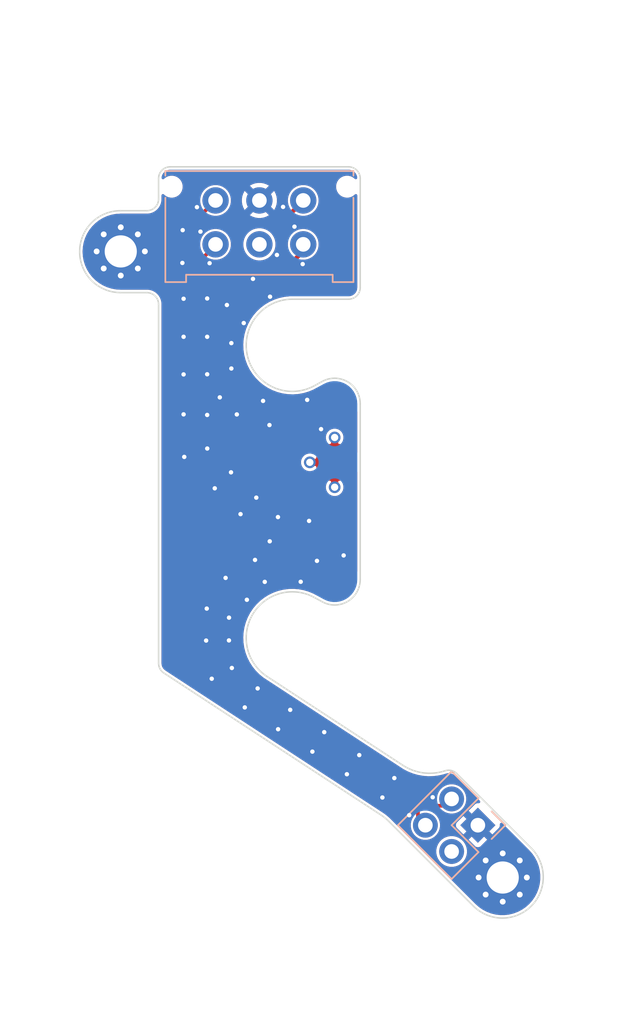
<source format=kicad_pcb>
(kicad_pcb (version 20241229) (generator "pcbnew") (generator_version "9.0")
  (layers (0 "F.Cu" signal) (4 "In1.Cu" signal) (6 "In2.Cu" signal) (2 "B.Cu" signal) (13 "F.Paste" user) (15 "B.Paste" user) (5 "F.SilkS" user "F.Silkscreen") (7 "B.SilkS" user "B.Silkscreen") (1 "F.Mask" user) (3 "B.Mask" user) (25 "Edge.Cuts" user))
  (net 0 "")
  (net 1 "VDC")
  (net 2 "CAN_L")
  (net 3 "CAN_H")
  (net 4 "TOOL_ID")
  (net 5 "USB_D-")
  (net 6 "USB_D+")
  (net 7 "GND")
  (footprint "NetTie:NetTie-2_SMD_Pad0.5mm" (layer "F.Cu") (at 111.205995 79.41217 -38)
    (property "Reference" "NT1" (hide yes))
    (property "Value" "NetTie_2" (hide yes))
    (fp_poly (pts (xy -0.500001 -0.249999) (xy 0.5 -0.25) (xy 0.500001 0.249999) (xy -0.5 0.25)) (fill yes) (layer "F.Cu"))
    (pad "1" smd circle (at -0.499999 0 322) (size 0.5 0.5) (layers "F.Cu") (net 4 "TOOL_ID"))
    (pad "2" smd circle (at 0.499999 0 322) (size 0.5 0.5) (layers "F.Cu") (net 7 "GND"))
  )
  (footprint "Vortac:mill-max-0881-1-15-20-82-14-11-0_LandingPads_Simple" (layer "F.Cu") (at 112.9 72.6)
    (property "Reference" "J3" (hide yes))
    (property "Value" "Conn_01x07" (hide yes))
    (pad "1" smd circle (at 0 0) (size 2.6 2.6) (layers "F.Cu" "F.Mask") (net 6 "USB_D+"))
    (pad "2" smd circle (at -2.8 2) (size 2.6 2.6) (layers "F.Cu" "F.Mask") (net 5 "USB_D-"))
    (pad "3" smd circle (at 0 4) (size 2.6 2.6) (layers "F.Cu" "F.Mask") (net 1 "VDC"))
    (pad "4" smd circle (at -2.8 6) (size 2.6 2.6) (layers "F.Cu" "F.Mask") (net 4 "TOOL_ID"))
    (pad "5" smd circle (at 0 8) (size 2.6 2.6) (layers "F.Cu" "F.Mask") (net 7 "GND"))
    (pad "6" smd circle (at -2.8 10) (size 2.6 2.6) (layers "F.Cu" "F.Mask") (net 2 "CAN_L"))
    (pad "7" smd circle (at 0 12) (size 2.6 2.6) (layers "F.Cu" "F.Mask") (net 3 "CAN_H"))
  )
  (footprint "Vortac:MountingHole_2.2mm_M2_Pad_Via_NTR" (layer "F.Cu") (at 98.263274 62.183274)
    (property "Reference" "H2" (hide yes))
    (property "Value" "MountingHole_Pad" (hide yes))
    (pad "1" thru_hole circle (at -1.65 0) (size 0.8 0.8) (drill 0.4) (layers "*.Cu" "*.Mask") (net 7 "GND"))
    (pad "1" thru_hole circle (at -1.166726 -1.166726) (size 0.8 0.8) (drill 0.4) (layers "*.Cu" "*.Mask") (net 7 "GND"))
    (pad "1" thru_hole circle (at -1.166726 1.166726) (size 0.8 0.8) (drill 0.4) (layers "*.Cu" "*.Mask") (net 7 "GND"))
    (pad "1" thru_hole circle (at 0 -1.65) (size 0.8 0.8) (drill 0.4) (layers "*.Cu" "*.Mask") (net 7 "GND"))
    (pad "1" thru_hole circle (at 0 0) (size 4.4 4.4) (drill 2.2) (layers "*.Cu" "*.Mask") (net 7 "GND"))
    (pad "1" thru_hole circle (at 0 1.65) (size 0.8 0.8) (drill 0.4) (layers "*.Cu" "*.Mask") (net 7 "GND"))
    (pad "1" thru_hole circle (at 1.166726 -1.166726) (size 0.8 0.8) (drill 0.4) (layers "*.Cu" "*.Mask") (net 7 "GND"))
    (pad "1" thru_hole circle (at 1.166726 1.166726) (size 0.8 0.8) (drill 0.4) (layers "*.Cu" "*.Mask") (net 7 "GND"))
    (pad "1" thru_hole circle (at 1.65 0) (size 0.8 0.8) (drill 0.4) (layers "*.Cu" "*.Mask") (net 7 "GND"))
  )
  (footprint "Vortac:MountingHole_2.2mm_M2_Pad_Via_NTR" (layer "F.Cu") (at 124.4 104.975)
    (property "Reference" "H1" (hide yes))
    (property "Value" "MountingHole_Pad" (hide yes))
    (pad "1" thru_hole circle (at -1.65 0) (size 0.8 0.8) (drill 0.4) (layers "*.Cu" "*.Mask") (net 7 "GND"))
    (pad "1" thru_hole circle (at -1.166726 -1.166726) (size 0.8 0.8) (drill 0.4) (layers "*.Cu" "*.Mask") (net 7 "GND"))
    (pad "1" thru_hole circle (at -1.166726 1.166726) (size 0.8 0.8) (drill 0.4) (layers "*.Cu" "*.Mask") (net 7 "GND"))
    (pad "1" thru_hole circle (at 0 -1.65) (size 0.8 0.8) (drill 0.4) (layers "*.Cu" "*.Mask") (net 7 "GND"))
    (pad "1" thru_hole circle (at 0 0) (size 4.4 4.4) (drill 2.2) (layers "*.Cu" "*.Mask") (net 7 "GND"))
    (pad "1" thru_hole circle (at 0 1.65) (size 0.8 0.8) (drill 0.4) (layers "*.Cu" "*.Mask") (net 7 "GND"))
    (pad "1" thru_hole circle (at 1.166726 -1.166726) (size 0.8 0.8) (drill 0.4) (layers "*.Cu" "*.Mask") (net 7 "GND"))
    (pad "1" thru_hole circle (at 1.166726 1.166726) (size 0.8 0.8) (drill 0.4) (layers "*.Cu" "*.Mask") (net 7 "GND"))
    (pad "1" thru_hole circle (at 1.65 0) (size 0.8 0.8) (drill 0.4) (layers "*.Cu" "*.Mask") (net 7 "GND"))
  )
  (footprint "Vortac:Molex_Micro-Fit_3.0_43045-0612_2x03_P3.00mm_Vertical" (layer "B.Cu") (at 104.75 61.7)
    (property "Reference" "J2" (hide yes))
    (property "Value" "Conn_02x03_Odd_Even" (hide yes))
    (fp_line (start -3.435 -5.01) (end 9.435 -5.01) (stroke (width 0.12)) (layer "B.SilkS"))
    (fp_line (start -3.435 -4.7) (end -3.435 -5.01) (stroke (width 0.12)) (layer "B.SilkS"))
    (fp_line (start -3.435 -3.18) (end -3.435 2.58) (stroke (width 0.12)) (layer "B.SilkS"))
    (fp_line (start -3.435 2.58) (end -2.015 2.58) (stroke (width 0.12)) (layer "B.SilkS"))
    (fp_line (start -2.015 2.08) (end 8.015 2.08) (stroke (width 0.12)) (layer "B.SilkS"))
    (fp_line (start -2.015 2.58) (end -2.015 2.08) (stroke (width 0.12)) (layer "B.SilkS"))
    (fp_line (start 8.015 2.08) (end 8.015 2.58) (stroke (width 0.12)) (layer "B.SilkS"))
    (fp_line (start 8.015 2.58) (end 9.435 2.58) (stroke (width 0.12)) (layer "B.SilkS"))
    (fp_line (start 9.435 -5.01) (end 9.435 -4.7) (stroke (width 0.12)) (layer "B.SilkS"))
    (fp_line (start 9.435 2.58) (end 9.435 -3.18) (stroke (width 0.12)) (layer "B.SilkS"))
    (pad "" np_thru_hole circle (at -3 -3.94) (size 1 1) (drill 1) (layers "*.Cu" "*.Mask"))
    (pad "" np_thru_hole circle (at 9 -3.94) (size 1 1) (drill 1) (layers "*.Cu" "*.Mask"))
    (pad "1" thru_hole circle (at 0 0) (size 1.8 1.8) (drill 1) (layers "*.Cu" "*.Mask") (net 3 "CAN_H"))
    (pad "2" thru_hole circle (at 3 0) (size 1.8 1.8) (drill 1) (layers "*.Cu" "*.Mask") (net 1 "VDC"))
    (pad "3" thru_hole circle (at 6 0) (size 1.8 1.8) (drill 1) (layers "*.Cu" "*.Mask") (net 6 "USB_D+"))
    (pad "4" thru_hole circle (at 0 -3) (size 1.8 1.8) (drill 1) (layers "*.Cu" "*.Mask") (net 2 "CAN_L"))
    (pad "5" thru_hole circle (at 3 -3) (size 1.8 1.8) (drill 1) (layers "*.Cu" "*.Mask") (net 7 "GND"))
    (pad "6" thru_hole circle (at 6 -3) (size 1.8 1.8) (drill 1) (layers "*.Cu" "*.Mask") (net 5 "USB_D-"))
  )
  (footprint "Connector_PinSocket_2.54mm:PinSocket_2x02_P2.54mm_Vertical" (layer "B.Cu") (at 122.7 101.4 45)
    (property "Reference" "J1" (hide yes))
    (property "Value" "Conn_02x02_Odd_Even" (hide yes))
    (fp_line (start -3.87 -3.87) (end 1.33 -3.87) (stroke (width 0.12)) (layer "B.SilkS"))
    (fp_line (start -1.27 -1.27) (end 1.33 -1.270001) (stroke (width 0.12)) (layer "B.SilkS"))
    (fp_line (start -3.87 1.33) (end -3.87 -3.87) (stroke (width 0.12)) (layer "B.SilkS"))
    (fp_line (start -3.87 1.33) (end -1.270001 1.33) (stroke (width 0.12)) (layer "B.SilkS"))
    (fp_line (start 1.33 -1.270001) (end 1.33 -3.87) (stroke (width 0.12)) (layer "B.SilkS"))
    (fp_line (start -1.270001 1.33) (end -1.27 -1.27) (stroke (width 0.12)) (layer "B.SilkS"))
    (fp_line (start 0 1.33) (end 1.33 1.33) (stroke (width 0.12)) (layer "B.SilkS"))
    (fp_line (start 1.33 1.33) (end 1.33 0) (stroke (width 0.12)) (layer "B.SilkS"))
    (pad "1" thru_hole rect (at 0 0 45) (size 1.7 1.7) (drill 1) (layers "*.Cu" "*.Mask") (net 7 "GND"))
    (pad "2" thru_hole circle (at -2.54 0 45) (size 1.7 1.7) (drill 1) (layers "*.Cu" "*.Mask") (net 1 "VDC"))
    (pad "3" thru_hole circle (at 0 -2.54 45) (size 1.7 1.7) (drill 1) (layers "*.Cu" "*.Mask") (net 3 "CAN_H"))
    (pad "4" thru_hole circle (at -2.54 -2.54 45) (size 1.7 1.7) (drill 1) (layers "*.Cu" "*.Mask") (net 2 "CAN_L"))
  )
  (gr_line (start 112.057703 86.13396) (end 111.507279 85.834015) (stroke (width 0.1)) (layer "Edge.Cuts"))
  (gr_line (start 100.85 57.2) (end 100.85 58.6) (stroke (width 0.1)) (layer "Edge.Cuts"))
  (gr_line (start 122.395322 106.926957) (end 116.60251 101.134145) (stroke (width 0.1)) (layer "Edge.Cuts"))
  (gr_arc (start 100.85 58.6) (mid 100.615685 59.165685) (end 100.05 59.4) (stroke (width 0.1)) (layer "Edge.Cuts"))
  (gr_line (start 112.062621 71.063338) (end 111.507268 71.365968) (stroke (width 0.1)) (layer "Edge.Cuts"))
  (gr_arc (start 126.35512 102.967159) (mid 126.355122 106.926959) (end 122.395322 106.926957) (stroke (width 0.1)) (layer "Edge.Cuts"))
  (gr_line (start 114.65 72.605916) (end 114.65 84.6) (stroke (width 0.1)) (layer "Edge.Cuts"))
  (gr_line (start 116.065583 100.698187) (end 101.212562 90.998118) (stroke (width 0.1)) (layer "Edge.Cuts"))
  (gr_line (start 111.507269 85.834033) (end 111.507279 85.834015) (stroke (width 0.1)) (layer "Edge.Cuts"))
  (gr_arc (start 108.277603 91.237383) (mid 107.296184 86.983887) (end 111.507269 85.834033) (stroke (width 0.1)) (layer "Edge.Cuts"))
  (gr_arc (start 98.25 65) (mid 95.45 62.2) (end 98.25 59.4) (stroke (width 0.1)) (layer "Edge.Cuts"))
  (gr_line (start 100.05 59.4) (end 98.25 59.4) (stroke (width 0.1)) (layer "Edge.Cuts"))
  (gr_line (start 100.85 65.8) (end 100.850002 65.8) (stroke (width 0.1)) (layer "Edge.Cuts"))
  (gr_line (start 110 65.449989) (end 113.853999 65.449989) (stroke (width 0.1)) (layer "Edge.Cuts"))
  (gr_line (start 98.25 65) (end 100.05 65) (stroke (width 0.1)) (layer "Edge.Cuts"))
  (gr_line (start 113.85 56.4) (end 101.65 56.4) (stroke (width 0.1)) (layer "Edge.Cuts"))
  (gr_arc (start 113.85 56.4) (mid 114.415685 56.634315) (end 114.65 57.2) (stroke (width 0.1)) (layer "Edge.Cuts"))
  (gr_line (start 108.277603 91.237383) (end 117.568249 97.304829) (stroke (width 0.1)) (layer "Edge.Cuts"))
  (gr_arc (start 111.507268 71.365968) (mid 106.947526 69.377713) (end 110 65.450011) (stroke (width 0.1)) (layer "Edge.Cuts"))
  (gr_line (start 114.65 64.65) (end 114.65 57.2) (stroke (width 0.1)) (layer "Edge.Cuts"))
  (gr_line (start 121.267276 97.879316) (end 126.35512 102.967159) (stroke (width 0.1)) (layer "Edge.Cuts"))
  (gr_arc (start 100.85 57.2) (mid 101.084315 56.634315) (end 101.65 56.4) (stroke (width 0.1)) (layer "Edge.Cuts"))
  (gr_arc (start 120.447999 97.681832) (mid 120.88347 97.663393) (end 121.267276 97.879316) (stroke (width 0.1)) (layer "Edge.Cuts"))
  (gr_arc (start 100.05 65) (mid 100.615686 65.234315) (end 100.85 65.8) (stroke (width 0.1)) (layer "Edge.Cuts"))
  (gr_line (start 100.850002 65.8) (end 100.850007 90.332495) (stroke (width 0.1)) (layer "Edge.Cuts"))
  (gr_line (start 110 65.450011) (end 110 65.449989) (stroke (width 0.1)) (layer "Edge.Cuts"))
  (gr_arc (start 116.065583 100.698187) (mid 116.345275 100.902224) (end 116.60251 101.134145) (stroke (width 0.1)) (layer "Edge.Cuts"))
  (gr_arc (start 101.212562 90.998118) (mid 100.946457 90.709136) (end 100.850007 90.332495) (stroke (width 0.1)) (layer "Edge.Cuts"))
  (gr_arc (start 114.65 64.65) (mid 114.415689 65.215682) (end 113.853999 65.449989) (stroke (width 0.1)) (layer "Edge.Cuts"))
  (gr_arc (start 114.65 84.6) (mid 113.793617 86.104642) (end 112.057703 86.13396) (stroke (width 0.1)) (layer "Edge.Cuts"))
  (gr_arc (start 112.062621 71.063338) (mid 113.793618 71.095347) (end 114.65 72.605916) (stroke (width 0.1)) (layer "Edge.Cuts"))
  (gr_arc (start 120.447999 97.681832) (mid 118.965138 97.821634) (end 117.568249 97.304829) (stroke (width 0.1)) (layer "Edge.Cuts"))
  (segment (start 112.9 78.3) (end 112.9 76.6) (width 0.5) (layer "F.Cu") (net 1))
  (segment (start 112.91 76.59) (end 112.9 76.6) (width 0.5) (layer "F.Cu") (net 1))
  (segment (start 112.9 76.6) (end 111.2 76.6) (width 0.5) (layer "F.Cu") (net 1))
  (segment (start 112.9 74.9) (end 112.9 76.6) (width 0.5) (layer "F.Cu") (net 1))
  (via (at 112.9 74.9) (size 0.8) (drill 0.5) (layers "F.Cu" "B.Cu") (net 1))
  (via (at 112.9 78.3) (size 0.8) (drill 0.5) (layers "F.Cu" "B.Cu") (net 1))
  (via (at 111.2 76.6) (size 0.8) (drill 0.5) (layers "F.Cu" "B.Cu") (net 1))
  (segment (start 105.304084 86.193156) (end 105.24186 86.255383) (width 0.254) (layer "F.Cu") (net 2))
  (segment (start 104.682039 90.547961) (end 104.68 90.55) (width 0.254) (layer "F.Cu") (net 2))
  (segment (start 105.863938 84.88625) (end 105.801712 84.948475) (width 0.254) (layer "F.Cu") (net 2))
  (segment (start 105.801712 85.197376) (end 105.926337 85.322001) (width 0.254) (layer "F.Cu") (net 2))
  (segment (start 110.1 83.78) (end 107.717244 83.78) (width 0.254) (layer "F.Cu") (net 2))
  (segment (start 105.769622 78.875622) (end 105.715024 78.930219) (width 0.254) (layer "F.Cu") (net 2))
  (segment (start 106.85972 84.388622) (end 106.699746 84.228648) (width 0.254) (layer "F.Cu") (net 2))
  (segment (start 104.75 58.7) (end 103.14 60.31) (width 0.254) (layer "F.Cu") (net 2))
  (segment (start 105.715024 79.173463) (end 105.775835 79.234274) (width 0.254) (layer "F.Cu") (net 2))
  (segment (start 106.377733 79.240489) (end 107.053622 79.916378) (width 0.254) (layer "F.Cu") (net 2))
  (segment (start 106.486368 85.010875) (end 106.486368 85.010876) (width 0.254) (layer "F.Cu") (net 2))
  (segment (start 104.718622 86.778622) (end 104.682039 86.815205) (width 0.254) (layer "F.Cu") (net 2))
  (segment (start 104.68 90.55) (end 105.34 91.73) (width 0.254) (layer "F.Cu") (net 2))
  (segment (start 105.24186 86.255383) (end 104.718622 86.778622) (width 0.254) (layer "F.Cu") (net 2))
  (segment (start 106.548591 84.948649) (end 106.486368 85.010875) (width 0.254) (layer "F.Cu") (net 2))
  (segment (start 110.1 81.43) (end 110.1 82.6) (width 0.254) (layer "F.Cu") (net 2))
  (segment (start 110.1 82.6) (end 110.1 83.78) (width 0.254) (layer "F.Cu") (net 2))
  (segment (start 118.6 100.41) (end 118.6 100.892102) (width 0.254) (layer "F.Cu") (net 2))
  (segment (start 107.717244 83.78) (end 107.108622 84.388622) (width 0.254) (layer "F.Cu") (net 2))
  (segment (start 106.019079 79.234274) (end 106.073676 79.179676) (width 0.254) (layer "F.Cu") (net 2))
  (segment (start 108.567244 81.43) (end 110.1 81.43) (width 0.254) (layer "F.Cu") (net 2))
  (segment (start 103.14 60.31) (end 103.14 76.002756) (width 0.254) (layer "F.Cu") (net 2))
  (segment (start 106.31692 79.179676) (end 106.377733 79.240489) (width 0.254) (layer "F.Cu") (net 2))
  (segment (start 106.388618 84.539774) (end 106.548591 84.699747) (width 0.254) (layer "F.Cu") (net 2))
  (segment (start 106.450844 84.228648) (end 106.388618 84.290873) (width 0.254) (layer "F.Cu") (net 2))
  (segment (start 106.237466 85.010876) (end 106.11284 84.88625) (width 0.254) (layer "F.Cu") (net 2))
  (segment (start 105.144148 85.784319) (end 105.304084 85.944255) (width 0.254) (layer "F.Cu") (net 2))
  (segment (start 103.14 76.002756) (end 105.769622 78.632378) (width 0.254) (layer "F.Cu") (net 2))
  (segment (start 104.682039 86.815205) (end 104.682039 90.547961) (width 0.254) (layer "F.Cu") (net 2))
  (segment (start 105.34 91.73) (end 118.6 100.41) (width 0.254) (layer "F.Cu") (net 2))
  (segment (start 105.926337 85.570903) (end 105.864114 85.633129) (width 0.254) (layer "F.Cu") (net 2))
  (segment (start 105.615212 85.63313) (end 105.455275 85.473193) (width 0.254) (layer "F.Cu") (net 2))
  (segment (start 105.864114 85.633129) (end 105.864114 85.63313) (width 0.254) (layer "F.Cu") (net 2))
  (segment (start 118.6 100.892102) (end 119.107898 101.4) (width 0.254) (layer "F.Cu") (net 2))
  (segment (start 105.206374 85.473193) (end 105.144148 85.535418) (width 0.254) (layer "F.Cu") (net 2))
  (segment (start 107.053622 79.916378) (end 108.567244 81.43) (width 0.254) (layer "F.Cu") (net 2))
  (arc (start 106.388618 84.290873) (mid 106.337069 84.415323) (end 106.388618 84.539774) (width 0.254) (layer "F.Cu") (net 2))
  (arc (start 105.455275 85.473193) (mid 105.330825 85.421643) (end 105.206374 85.473193) (width 0.254) (layer "F.Cu") (net 2))
  (arc (start 106.548591 84.699747) (mid 106.60014 84.824198) (end 106.548591 84.948649) (width 0.254) (layer "F.Cu") (net 2))
  (arc (start 105.304084 85.944255) (mid 105.355633 86.068706) (end 105.304084 86.193156) (width 0.254) (layer "F.Cu") (net 2))
  (arc (start 105.926337 85.322001) (mid 105.977886 85.446452) (end 105.926337 85.570903) (width 0.254) (layer "F.Cu") (net 2))
  (arc (start 106.11284 84.88625) (mid 105.988389 84.834701) (end 105.863938 84.88625) (width 0.254) (layer "F.Cu") (net 2))
  (arc (start 106.073676 79.179676) (mid 106.195298 79.129299) (end 106.31692 79.179676) (width 0.254) (layer "F.Cu") (net 2))
  (arc (start 105.801712 84.948475) (mid 105.750163 85.072925) (end 105.801712 85.197376) (width 0.254) (layer "F.Cu") (net 2))
  (arc (start 106.486368 85.010876) (mid 106.361917 85.062425) (end 106.237466 85.010876) (width 0.254) (layer "F.Cu") (net 2))
  (arc (start 105.715024 78.930219) (mid 105.664647 79.051841) (end 105.715024 79.173463) (width 0.254) (layer "F.Cu") (net 2))
  (arc (start 105.144148 85.535418) (mid 105.092599 85.659868) (end 105.144148 85.784319) (width 0.254) (layer "F.Cu") (net 2))
  (arc (start 105.864114 85.63313) (mid 105.739663 85.684679) (end 105.615212 85.63313) (width 0.254) (layer "F.Cu") (net 2))
  (arc (start 106.699746 84.228648) (mid 106.575295 84.177099) (end 106.450844 84.228648) (width 0.254) (layer "F.Cu") (net 2))
  (arc (start 107.108622 84.388622) (mid 106.984171 84.440171) (end 106.85972 84.388622) (width 0.254) (layer "F.Cu") (net 2))
  (arc (start 105.769622 78.632378) (mid 105.819999 78.754) (end 105.769622 78.875622) (width 0.254) (layer "F.Cu") (net 2))
  (arc (start 105.775835 79.234274) (mid 105.897457 79.284651) (end 106.019079 79.234274) (width 0.254) (layer "F.Cu") (net 2))
  (segment (start 112.9 84.6) (end 113.615815 83.884185) (width 0.254) (layer "F.Cu") (net 3))
  (segment (start 120.437898 100.07) (end 120.903949 99.603949) (width 0.254) (layer "F.Cu") (net 3))
  (segment (start 105.645134 91.44688) (end 118.82 100.07) (width 0.254) (layer "F.Cu") (net 3))
  (segment (start 107.885 84.185) (end 105.09 86.98) (width 0.254) (layer "F.Cu") (net 3))
  (segment (start 104.75 61.76) (end 104.75 61.7) (width 0.254) (layer "F.Cu") (net 3))
  (segment (start 112.9 84.6) (end 112.065 85.435) (width 0.254) (layer "F.Cu") (net 3))
  (segment (start 110.75163 81.02) (end 108.73 81.02) (width 0.254) (layer "F.Cu") (net 3))
  (segment (start 103.6 75.89) (end 103.6 62.91) (width 0.254) (layer "F.Cu") (net 3))
  (segment (start 105.09 90.45) (end 105.645134 91.44688) (width 0.254) (layer "F.Cu") (net 3))
  (segment (start 113.615815 83.884185) (end 110.75163 81.02) (width 0.254) (layer "F.Cu") (net 3))
  (segment (start 110.815 84.185) (end 107.885 84.185) (width 0.254) (layer "F.Cu") (net 3))
  (segment (start 118.82 100.07) (end 120.437898 100.07) (width 0.254) (layer "F.Cu") (net 3))
  (segment (start 103.6 62.91) (end 104.75 61.76) (width 0.254) (layer "F.Cu") (net 3))
  (segment (start 112.065 85.435) (end 110.815 84.185) (width 0.254) (layer "F.Cu") (net 3))
  (segment (start 108.73 81.02) (end 103.6 75.89) (width 0.254) (layer "F.Cu") (net 3))
  (segment (start 105.09 86.98) (end 105.09 90.45) (width 0.254) (layer "F.Cu") (net 3))
  (segment (start 109.549 62.671) (end 109.549 59.931) (width 0.3) (layer "F.Cu") (net 5))
  (segment (start 110.75 58.73) (end 110.75 58.7) (width 0.3) (layer "F.Cu") (net 5))
  (segment (start 109.549 59.931) (end 110.75 58.73) (width 0.3) (layer "F.Cu") (net 5))
  (segment (start 104.78 67.44) (end 109.549 62.671) (width 0.3) (layer "F.Cu") (net 5))
  (segment (start 107.181 73.451) (end 104.78 71.05) (width 0.3) (layer "F.Cu") (net 5))
  (segment (start 110.1 74.6) (end 108.951 73.451) (width 0.3) (layer "F.Cu") (net 5))
  (segment (start 108.951 73.451) (end 107.181 73.451) (width 0.3) (layer "F.Cu") (net 5))
  (segment (start 104.78 71.05) (end 104.78 67.44) (width 0.3) (layer "F.Cu") (net 5))
  (segment (start 107.343802 72.452734) (end 107.209452 72.587085) (width 0.3) (layer "F.Cu") (net 6))
  (segment (start 106.573057 72.205248) (end 106.636697 72.268887) (width 0.3) (layer "F.Cu") (net 6))
  (segment (start 106.891255 72.268887) (end 107.025606 72.134537) (width 0.3) (layer "F.Cu") (net 6))
  (segment (start 107.209452 72.841643) (end 107.273093 72.905283) (width 0.3) (layer "F.Cu") (net 6))
  (segment (start 110.75 61.7) (end 110.75 62.16) (width 0.3) (layer "F.Cu") (net 6))
  (segment (start 107.75217 73.001) (end 108.250056 73.001) (width 0.3) (layer "F.Cu") (net 6))
  (segment (start 107.280164 72.134537) (end 107.343803 72.198176) (width 0.3) (layer "F.Cu") (net 6))
  (segment (start 105.231 67.679) (end 105.231 70.86319) (width 0.3) (layer "F.Cu") (net 6))
  (segment (start 107.273093 72.905283) (end 107.36781 73) (width 0.3) (layer "F.Cu") (net 6))
  (segment (start 105.93666 71.568851) (end 106.000301 71.632491) (width 0.3) (layer "F.Cu") (net 6))
  (segment (start 106.742763 71.780984) (end 106.573056 71.950688) (width 0.3) (layer "F.Cu") (net 6))
  (segment (start 108.252056 72.999) (end 112.501 72.999) (width 0.3) (layer "F.Cu") (net 6))
  (segment (start 107.75017 72.999) (end 107.75217 73.001) (width 0.3) (layer "F.Cu") (net 6))
  (segment (start 107.36781 73) (end 107.36881 72.999) (width 0.3) (layer "F.Cu") (net 6))
  (segment (start 106.679123 71.462785) (end 106.742762 71.526424) (width 0.3) (layer "F.Cu") (net 6))
  (segment (start 105.231 70.86319) (end 105.363905 70.996095) (width 0.3) (layer "F.Cu") (net 6))
  (segment (start 110.75 62.16) (end 105.231 67.679) (width 0.3) (layer "F.Cu") (net 6))
  (segment (start 106.07101 71.179942) (end 105.93666 71.314293) (width 0.3) (layer "F.Cu") (net 6))
  (segment (start 112.501 72.999) (end 112.9 72.6) (width 0.3) (layer "F.Cu") (net 6))
  (segment (start 107.36881 72.999) (end 107.75017 72.999) (width 0.3) (layer "F.Cu") (net 6))
  (segment (start 105.618463 70.996095) (end 105.752814 70.861745) (width 0.3) (layer "F.Cu") (net 6))
  (segment (start 106.007372 70.861745) (end 106.071011 70.925384) (width 0.3) (layer "F.Cu") (net 6))
  (segment (start 106.254859 71.632491) (end 106.424565 71.462786) (width 0.3) (layer "F.Cu") (net 6))
  (segment (start 108.250056 73.001) (end 108.252056 72.999) (width 0.3) (layer "F.Cu") (net 6))
  (arc (start 105.752814 70.861745) (mid 105.880093 70.809024) (end 106.007372 70.861745) (width 0.3) (layer "F.Cu") (net 6))
  (arc (start 106.424565 71.462786) (mid 106.551844 71.410065) (end 106.679123 71.462785) (width 0.3) (layer "F.Cu") (net 6))
  (arc (start 105.93666 71.314293) (mid 105.883939 71.441572) (end 105.93666 71.568851) (width 0.3) (layer "F.Cu") (net 6))
  (arc (start 105.363905 70.996095) (mid 105.491184 71.048816) (end 105.618463 70.996095) (width 0.3) (layer "F.Cu") (net 6))
  (arc (start 106.000301 71.632491) (mid 106.12758 71.685212) (end 106.254859 71.632491) (width 0.3) (layer "F.Cu") (net 6))
  (arc (start 106.742762 71.526424) (mid 106.795482 71.653704) (end 106.742763 71.780984) (width 0.3) (layer "F.Cu") (net 6))
  (arc (start 106.573056 71.950688) (mid 106.520335 72.077967) (end 106.573057 72.205248) (width 0.3) (layer "F.Cu") (net 6))
  (arc (start 106.636697 72.268887) (mid 106.763976 72.321608) (end 106.891255 72.268887) (width 0.3) (layer "F.Cu") (net 6))
  (arc (start 106.071011 70.925384) (mid 106.123731 71.052664) (end 106.07101 71.179942) (width 0.3) (layer "F.Cu") (net 6))
  (arc (start 107.025606 72.134537) (mid 107.152885 72.081816) (end 107.280164 72.134537) (width 0.3) (layer "F.Cu") (net 6))
  (arc (start 107.343803 72.198176) (mid 107.396523 72.325456) (end 107.343802 72.452734) (width 0.3) (layer "F.Cu") (net 6))
  (arc (start 107.209452 72.587085) (mid 107.156731 72.714364) (end 107.209452 72.841643) (width 0.3) (layer "F.Cu") (net 6))
  (via (at 103.717 60.830856) (size 0.6) (drill 0.3) (layers "F.Cu" "B.Cu") (net 7))
  (via (at 105.831 70.186616) (size 0.6) (drill 0.3) (layers "F.Cu" "B.Cu") (net 7))
  (via (at 104.181501 75.655499) (size 0.6) (drill 0.3) (layers "F.Cu" "B.Cu") (net 7))
  (via (at 102.5 60.73) (size 0.6) (drill 0.3) (layers "F.Cu" "B.Cu") (net 7))
  (via (at 107.310735 64.060735) (size 0.6) (drill 0.3) (layers "F.Cu" "B.Cu") (net 7))
  (via (at 102.563 70.59) (size 0.6) (drill 0.3) (layers "F.Cu" "B.Cu") (net 7))
  (via (at 107.450517 83.268349) (size 0.6) (drill 0.3) (layers "F.Cu" "B.Cu") (net 7))
  (via (at 114.584079 96.607932) (size 0.6) (drill 0.3) (layers "F.Cu" "B.Cu") (net 7))
  (via (at 110.149 60.491159) (size 0.6) (drill 0.3) (layers "F.Cu" "B.Cu") (net 7))
  (via (at 109.37 59.14) (size 0.6) (drill 0.3) (layers "F.Cu" "B.Cu") (net 7))
  (via (at 108.948492 62.423618) (size 0.6) (drill 0.3) (layers "F.Cu" "B.Cu") (net 7))
  (via (at 104.695621 78.374379) (size 0.6) (drill 0.3) (layers "F.Cu" "B.Cu") (net 7))
  (via (at 119.609042 99.48896) (size 0.6) (drill 0.3) (layers "F.Cu" "B.Cu") (net 7))
  (via (at 102.563 68.019265) (size 0.6) (drill 0.3) (layers "F.Cu" "B.Cu") (net 7))
  (via (at 106.459205 80.137963) (size 0.6) (drill 0.3) (layers "F.Cu" "B.Cu") (net 7))
  (via (at 109.02 80.34) (size 0.6) (drill 0.3) (layers "F.Cu" "B.Cu") (net 7))
  (via (at 104.148735 86.59494) (size 0.6) (drill 0.3) (layers "F.Cu" "B.Cu") (net 7))
  (via (at 111.02 72.33) (size 0.6) (drill 0.3) (layers "F.Cu" "B.Cu") (net 7))
  (via (at 109.03 94.84) (size 0.6) (drill 0.3) (layers "F.Cu" "B.Cu") (net 7))
  (via (at 105.86413 90.654169) (size 0.6) (drill 0.3) (layers "F.Cu" "B.Cu") (net 7))
  (via (at 108.438344 74.051) (size 0.6) (drill 0.3) (layers "F.Cu" "B.Cu") (net 7))
  (via (at 102.48 62.97) (size 0.6) (drill 0.3) (layers "F.Cu" "B.Cu") (net 7))
  (via (at 108.001113 72.4) (size 0.6) (drill 0.3) (layers "F.Cu" "B.Cu") (net 7))
  (via (at 105.808001 77.281999) (size 0.6) (drill 0.3) (layers "F.Cu" "B.Cu") (net 7))
  (via (at 107.630441 92.051818) (size 0.6) (drill 0.3) (layers "F.Cu" "B.Cu") (net 7))
  (via (at 104.177 68.019265) (size 0.6) (drill 0.3) (layers "F.Cu" "B.Cu") (net 7))
  (via (at 105.671501 87.214501) (size 0.6) (drill 0.3) (layers "F.Cu" "B.Cu") (net 7))
  (via (at 110.712164 63.049472) (size 0.6) (drill 0.3) (layers "F.Cu" "B.Cu") (net 7))
  (via (at 105.437093 84.497093) (size 0.6) (drill 0.3) (layers "F.Cu" "B.Cu") (net 7))
  (via (at 105.040735 72.159265) (size 0.6) (drill 0.3) (layers "F.Cu" "B.Cu") (net 7))
  (via (at 105.831 68.45) (size 0.6) (drill 0.3) (layers "F.Cu" "B.Cu") (net 7))
  (via (at 104.177 70.58) (size 0.6) (drill 0.3) (layers "F.Cu" "B.Cu") (net 7))
  (via (at 106.893001 85.993001) (size 0.6) (drill 0.3) (layers "F.Cu" "B.Cu") (net 7))
  (via (at 103.476264 59.157733) (size 0.6) (drill 0.3) (layers "F.Cu" "B.Cu") (net 7))
  (via (at 109.858975 93.51529) (size 0.6) (drill 0.3) (layers "F.Cu" "B.Cu") (net 7))
  (via (at 104.177 65.4) (size 0.6) (drill 0.3) (layers "F.Cu" "B.Cu") (net 7))
  (via (at 105.667 88.77) (size 0.6) (drill 0.3) (layers "F.Cu" "B.Cu") (net 7))
  (via (at 102.563 73.32) (size 0.6) (drill 0.3) (layers "F.Cu" "B.Cu") (net 7))
  (via (at 111.150001 80.60237) (size 0.6) (drill 0.3) (layers "F.Cu" "B.Cu") (net 7))
  (via (at 105.525735 65.845735) (size 0.6) (drill 0.3) (layers "F.Cu" "B.Cu") (net 7))
  (via (at 111.37627 96.370975) (size 0.6) (drill 0.3) (layers "F.Cu" "B.Cu") (net 7))
  (via (at 107.538001 79.011999) (size 0.6) (drill 0.3) (layers "F.Cu" "B.Cu") (net 7))
  (via (at 102.608577 76.22752) (size 0.6) (drill 0.3) (layers "F.Cu" "B.Cu") (net 7))
  (via (at 116.983698 98.178514) (size 0.6) (drill 0.3) (layers "F.Cu" "B.Cu") (net 7))
  (via (at 108.117001 84.769001) (size 0.6) (drill 0.3) (layers "F.Cu" "B.Cu") (net 7))
  (via (at 111.688931 83.333353) (size 0.6) (drill 0.3) (layers "F.Cu" "B.Cu") (net 7))
  (via (at 118.002094 100.716476) (size 0.6) (drill 0.3) (layers "F.Cu" "B.Cu") (net 7))
  (via (at 104.342253 62.986953) (size 0.6) (drill 0.3) (layers "F.Cu" "B.Cu") (net 7))
  (via (at 116.166404 99.506599) (size 0.6) (drill 0.3) (layers "F.Cu" "B.Cu") (net 7))
  (via (at 104.488654 91.389906) (size 0.6) (drill 0.3) (layers "F.Cu" "B.Cu") (net 7))
  (via (at 112.187424 95.03929) (size 0.6) (drill 0.3) (layers "F.Cu" "B.Cu") (net 7))
  (via (at 104.105039 88.78) (size 0.6) (drill 0.3) (layers "F.Cu" "B.Cu") (net 7))
  (via (at 108.457373 81.996442) (size 0.6) (drill 0.3) (layers "F.Cu" "B.Cu") (net 7))
  (via (at 113.515464 82.961796) (size 0.6) (drill 0.3) (layers "F.Cu" "B.Cu") (net 7))
  (via (at 111.97 74.33) (size 0.6) (drill 0.3) (layers "F.Cu" "B.Cu") (net 7))
  (via (at 106.205735 73.324265) (size 0.6) (drill 0.3) (layers "F.Cu" "B.Cu") (net 7))
  (via (at 110.576999 84.763001) (size 0.6) (drill 0.3) (layers "F.Cu" "B.Cu") (net 7))
  (via (at 106.75 93.35) (size 0.6) (drill 0.3) (layers "F.Cu" "B.Cu") (net 7))
  (via (at 102.563 65.42) (size 0.6) (drill 0.3) (layers "F.Cu" "B.Cu") (net 7))
  (via (at 108.479265 65.279265) (size 0.6) (drill 0.3) (layers "F.Cu" "B.Cu") (net 7))
  (via (at 104.177 73.36) (size 0.6) (drill 0.3) (layers "F.Cu" "B.Cu") (net 7))
  (via (at 106.679265 67.079265) (size 0.6) (drill 0.3) (layers "F.Cu" "B.Cu") (net 7))
  (via (at 113.736462 97.915957) (size 0.6) (drill 0.3) (layers "F.Cu" "B.Cu") (net 7))
  (zone (net 7) (net_name "GND") (layers "F.Cu" "B.Cu" "In1.Cu") (connect_pads thru_hole_only (clearance 0.1)) (min_thickness 0.2) (fill yes (thermal_gap 0.3) (thermal_bridge_width 0.5))
    (polygon (pts (xy 90 45) (xy 130 45) (xy 130 112.5) (xy 90 112.5)))
  )
)
</source>
